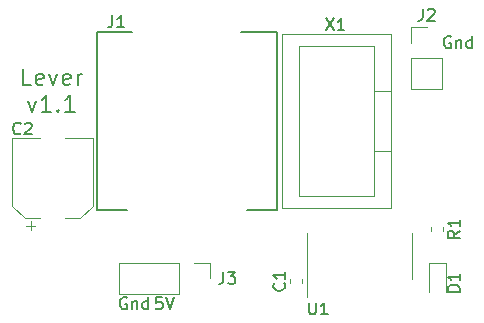
<source format=gbr>
G04 #@! TF.GenerationSoftware,KiCad,Pcbnew,(5.1.5-0)*
G04 #@! TF.CreationDate,2020-01-21T16:49:25-05:00*
G04 #@! TF.ProjectId,lever,6c657665-722e-46b6-9963-61645f706362,1.1*
G04 #@! TF.SameCoordinates,Original*
G04 #@! TF.FileFunction,Legend,Top*
G04 #@! TF.FilePolarity,Positive*
%FSLAX46Y46*%
G04 Gerber Fmt 4.6, Leading zero omitted, Abs format (unit mm)*
G04 Created by KiCad (PCBNEW (5.1.5-0)) date 2020-01-21 16:49:25*
%MOMM*%
%LPD*%
G04 APERTURE LIST*
%ADD10C,0.150000*%
%ADD11C,0.120000*%
%ADD12C,0.127000*%
G04 APERTURE END LIST*
D10*
X99235380Y-78249226D02*
X98570142Y-78249226D01*
X98570142Y-76852226D01*
X100233238Y-78182702D02*
X100100190Y-78249226D01*
X99834095Y-78249226D01*
X99701047Y-78182702D01*
X99634523Y-78049654D01*
X99634523Y-77517464D01*
X99701047Y-77384416D01*
X99834095Y-77317892D01*
X100100190Y-77317892D01*
X100233238Y-77384416D01*
X100299761Y-77517464D01*
X100299761Y-77650511D01*
X99634523Y-77783559D01*
X100765428Y-77317892D02*
X101098047Y-78249226D01*
X101430666Y-77317892D01*
X102495047Y-78182702D02*
X102362000Y-78249226D01*
X102095904Y-78249226D01*
X101962857Y-78182702D01*
X101896333Y-78049654D01*
X101896333Y-77517464D01*
X101962857Y-77384416D01*
X102095904Y-77317892D01*
X102362000Y-77317892D01*
X102495047Y-77384416D01*
X102561571Y-77517464D01*
X102561571Y-77650511D01*
X101896333Y-77783559D01*
X103160285Y-78249226D02*
X103160285Y-77317892D01*
X103160285Y-77583988D02*
X103226809Y-77450940D01*
X103293333Y-77384416D01*
X103426380Y-77317892D01*
X103559428Y-77317892D01*
X98969285Y-79563392D02*
X99301904Y-80494726D01*
X99634523Y-79563392D01*
X100898476Y-80494726D02*
X100100190Y-80494726D01*
X100499333Y-80494726D02*
X100499333Y-79097726D01*
X100366285Y-79297297D01*
X100233238Y-79430345D01*
X100100190Y-79496869D01*
X101497190Y-80361678D02*
X101563714Y-80428202D01*
X101497190Y-80494726D01*
X101430666Y-80428202D01*
X101497190Y-80361678D01*
X101497190Y-80494726D01*
X102894190Y-80494726D02*
X102095904Y-80494726D01*
X102495047Y-80494726D02*
X102495047Y-79097726D01*
X102362000Y-79297297D01*
X102228952Y-79430345D01*
X102095904Y-79496869D01*
X134739142Y-74176000D02*
X134643904Y-74128380D01*
X134501047Y-74128380D01*
X134358190Y-74176000D01*
X134262952Y-74271238D01*
X134215333Y-74366476D01*
X134167714Y-74556952D01*
X134167714Y-74699809D01*
X134215333Y-74890285D01*
X134262952Y-74985523D01*
X134358190Y-75080761D01*
X134501047Y-75128380D01*
X134596285Y-75128380D01*
X134739142Y-75080761D01*
X134786761Y-75033142D01*
X134786761Y-74699809D01*
X134596285Y-74699809D01*
X135215333Y-74461714D02*
X135215333Y-75128380D01*
X135215333Y-74556952D02*
X135262952Y-74509333D01*
X135358190Y-74461714D01*
X135501047Y-74461714D01*
X135596285Y-74509333D01*
X135643904Y-74604571D01*
X135643904Y-75128380D01*
X136548666Y-75128380D02*
X136548666Y-74128380D01*
X136548666Y-75080761D02*
X136453428Y-75128380D01*
X136262952Y-75128380D01*
X136167714Y-75080761D01*
X136120095Y-75033142D01*
X136072476Y-74937904D01*
X136072476Y-74652190D01*
X136120095Y-74556952D01*
X136167714Y-74509333D01*
X136262952Y-74461714D01*
X136453428Y-74461714D01*
X136548666Y-74509333D01*
X107307142Y-96274000D02*
X107211904Y-96226380D01*
X107069047Y-96226380D01*
X106926190Y-96274000D01*
X106830952Y-96369238D01*
X106783333Y-96464476D01*
X106735714Y-96654952D01*
X106735714Y-96797809D01*
X106783333Y-96988285D01*
X106830952Y-97083523D01*
X106926190Y-97178761D01*
X107069047Y-97226380D01*
X107164285Y-97226380D01*
X107307142Y-97178761D01*
X107354761Y-97131142D01*
X107354761Y-96797809D01*
X107164285Y-96797809D01*
X107783333Y-96559714D02*
X107783333Y-97226380D01*
X107783333Y-96654952D02*
X107830952Y-96607333D01*
X107926190Y-96559714D01*
X108069047Y-96559714D01*
X108164285Y-96607333D01*
X108211904Y-96702571D01*
X108211904Y-97226380D01*
X109116666Y-97226380D02*
X109116666Y-96226380D01*
X109116666Y-97178761D02*
X109021428Y-97226380D01*
X108830952Y-97226380D01*
X108735714Y-97178761D01*
X108688095Y-97131142D01*
X108640476Y-97035904D01*
X108640476Y-96750190D01*
X108688095Y-96654952D01*
X108735714Y-96607333D01*
X108830952Y-96559714D01*
X109021428Y-96559714D01*
X109116666Y-96607333D01*
X110299523Y-96226380D02*
X109823333Y-96226380D01*
X109775714Y-96702571D01*
X109823333Y-96654952D01*
X109918571Y-96607333D01*
X110156666Y-96607333D01*
X110251904Y-96654952D01*
X110299523Y-96702571D01*
X110347142Y-96797809D01*
X110347142Y-97035904D01*
X110299523Y-97131142D01*
X110251904Y-97178761D01*
X110156666Y-97226380D01*
X109918571Y-97226380D01*
X109823333Y-97178761D01*
X109775714Y-97131142D01*
X110632857Y-96226380D02*
X110966190Y-97226380D01*
X111299523Y-96226380D01*
D11*
X131385000Y-73346000D02*
X132715000Y-73346000D01*
X131385000Y-74676000D02*
X131385000Y-73346000D01*
X131385000Y-75946000D02*
X134045000Y-75946000D01*
X134045000Y-75946000D02*
X134045000Y-78546000D01*
X131385000Y-75946000D02*
X131385000Y-78546000D01*
X131385000Y-78546000D02*
X134045000Y-78546000D01*
X98787250Y-90149750D02*
X99574750Y-90149750D01*
X99181000Y-90543500D02*
X99181000Y-89756000D01*
X103374063Y-89516000D02*
X104438500Y-88451563D01*
X98682937Y-89516000D02*
X97618500Y-88451563D01*
X98682937Y-89516000D02*
X99968500Y-89516000D01*
X103374063Y-89516000D02*
X102088500Y-89516000D01*
X104438500Y-88451563D02*
X104438500Y-82696000D01*
X97618500Y-88451563D02*
X97618500Y-82696000D01*
X97618500Y-82696000D02*
X99968500Y-82696000D01*
X104438500Y-82696000D02*
X102088500Y-82696000D01*
X121092500Y-94634233D02*
X121092500Y-94976767D01*
X122112500Y-94634233D02*
X122112500Y-94976767D01*
X133094000Y-90252733D02*
X133094000Y-90595267D01*
X134114000Y-90252733D02*
X134114000Y-90595267D01*
X132869000Y-93336000D02*
X132869000Y-95796000D01*
X134339000Y-93336000D02*
X132869000Y-93336000D01*
X134339000Y-95796000D02*
X134339000Y-93336000D01*
X122565000Y-92710000D02*
X122565000Y-96160000D01*
X122565000Y-92710000D02*
X122565000Y-90760000D01*
X131435000Y-92710000D02*
X131435000Y-94660000D01*
X131435000Y-92710000D02*
X131435000Y-90760000D01*
X129695000Y-88630000D02*
X120495000Y-88630000D01*
X129695000Y-73930000D02*
X120495000Y-73930000D01*
X120495000Y-88630000D02*
X120495000Y-73930000D01*
X129695000Y-88630000D02*
X129695000Y-73930000D01*
X128270000Y-87630000D02*
X121920000Y-87630000D01*
X121920000Y-87630000D02*
X121920000Y-74930000D01*
X121920000Y-74930000D02*
X128270000Y-74930000D01*
X128270000Y-74930000D02*
X128270000Y-87630000D01*
X128270000Y-83820000D02*
X129695000Y-83820000D01*
X128270000Y-78740000D02*
X129695000Y-78740000D01*
X114360000Y-93285000D02*
X114360000Y-94615000D01*
X113030000Y-93285000D02*
X114360000Y-93285000D01*
X111760000Y-93285000D02*
X111760000Y-95945000D01*
X111760000Y-95945000D02*
X106620000Y-95945000D01*
X111760000Y-93285000D02*
X106620000Y-93285000D01*
X106620000Y-93285000D02*
X106620000Y-95945000D01*
D12*
X104775000Y-73778000D02*
X107795000Y-73778000D01*
X107315000Y-88828000D02*
X104775000Y-88828000D01*
X120015000Y-88828000D02*
X117475000Y-88828000D01*
X120015000Y-73778000D02*
X120015000Y-88828000D01*
X116995000Y-73778000D02*
X120015000Y-73778000D01*
X104775000Y-88828000D02*
X104775000Y-73778000D01*
D10*
X132381666Y-71798380D02*
X132381666Y-72512666D01*
X132334047Y-72655523D01*
X132238809Y-72750761D01*
X132095952Y-72798380D01*
X132000714Y-72798380D01*
X132810238Y-71893619D02*
X132857857Y-71846000D01*
X132953095Y-71798380D01*
X133191190Y-71798380D01*
X133286428Y-71846000D01*
X133334047Y-71893619D01*
X133381666Y-71988857D01*
X133381666Y-72084095D01*
X133334047Y-72226952D01*
X132762619Y-72798380D01*
X133381666Y-72798380D01*
X98321833Y-82335642D02*
X98274214Y-82383261D01*
X98131357Y-82430880D01*
X98036119Y-82430880D01*
X97893261Y-82383261D01*
X97798023Y-82288023D01*
X97750404Y-82192785D01*
X97702785Y-82002309D01*
X97702785Y-81859452D01*
X97750404Y-81668976D01*
X97798023Y-81573738D01*
X97893261Y-81478500D01*
X98036119Y-81430880D01*
X98131357Y-81430880D01*
X98274214Y-81478500D01*
X98321833Y-81526119D01*
X98702785Y-81526119D02*
X98750404Y-81478500D01*
X98845642Y-81430880D01*
X99083738Y-81430880D01*
X99178976Y-81478500D01*
X99226595Y-81526119D01*
X99274214Y-81621357D01*
X99274214Y-81716595D01*
X99226595Y-81859452D01*
X98655166Y-82430880D01*
X99274214Y-82430880D01*
X120626142Y-95035666D02*
X120673761Y-95083285D01*
X120721380Y-95226142D01*
X120721380Y-95321380D01*
X120673761Y-95464238D01*
X120578523Y-95559476D01*
X120483285Y-95607095D01*
X120292809Y-95654714D01*
X120149952Y-95654714D01*
X119959476Y-95607095D01*
X119864238Y-95559476D01*
X119769000Y-95464238D01*
X119721380Y-95321380D01*
X119721380Y-95226142D01*
X119769000Y-95083285D01*
X119816619Y-95035666D01*
X120721380Y-94083285D02*
X120721380Y-94654714D01*
X120721380Y-94369000D02*
X119721380Y-94369000D01*
X119864238Y-94464238D01*
X119959476Y-94559476D01*
X120007095Y-94654714D01*
X135486380Y-90590666D02*
X135010190Y-90924000D01*
X135486380Y-91162095D02*
X134486380Y-91162095D01*
X134486380Y-90781142D01*
X134534000Y-90685904D01*
X134581619Y-90638285D01*
X134676857Y-90590666D01*
X134819714Y-90590666D01*
X134914952Y-90638285D01*
X134962571Y-90685904D01*
X135010190Y-90781142D01*
X135010190Y-91162095D01*
X135486380Y-89638285D02*
X135486380Y-90209714D01*
X135486380Y-89924000D02*
X134486380Y-89924000D01*
X134629238Y-90019238D01*
X134724476Y-90114476D01*
X134772095Y-90209714D01*
X135486380Y-95734095D02*
X134486380Y-95734095D01*
X134486380Y-95496000D01*
X134534000Y-95353142D01*
X134629238Y-95257904D01*
X134724476Y-95210285D01*
X134914952Y-95162666D01*
X135057809Y-95162666D01*
X135248285Y-95210285D01*
X135343523Y-95257904D01*
X135438761Y-95353142D01*
X135486380Y-95496000D01*
X135486380Y-95734095D01*
X135486380Y-94210285D02*
X135486380Y-94781714D01*
X135486380Y-94496000D02*
X134486380Y-94496000D01*
X134629238Y-94591238D01*
X134724476Y-94686476D01*
X134772095Y-94781714D01*
X122745595Y-96670880D02*
X122745595Y-97480404D01*
X122793214Y-97575642D01*
X122840833Y-97623261D01*
X122936071Y-97670880D01*
X123126547Y-97670880D01*
X123221785Y-97623261D01*
X123269404Y-97575642D01*
X123317023Y-97480404D01*
X123317023Y-96670880D01*
X124317023Y-97670880D02*
X123745595Y-97670880D01*
X124031309Y-97670880D02*
X124031309Y-96670880D01*
X123936071Y-96813738D01*
X123840833Y-96908976D01*
X123745595Y-96956595D01*
X124158476Y-72604380D02*
X124825142Y-73604380D01*
X124825142Y-72604380D02*
X124158476Y-73604380D01*
X125729904Y-73604380D02*
X125158476Y-73604380D01*
X125444190Y-73604380D02*
X125444190Y-72604380D01*
X125348952Y-72747238D01*
X125253714Y-72842476D01*
X125158476Y-72890095D01*
X115490666Y-94067380D02*
X115490666Y-94781666D01*
X115443047Y-94924523D01*
X115347809Y-95019761D01*
X115204952Y-95067380D01*
X115109714Y-95067380D01*
X115871619Y-94067380D02*
X116490666Y-94067380D01*
X116157333Y-94448333D01*
X116300190Y-94448333D01*
X116395428Y-94495952D01*
X116443047Y-94543571D01*
X116490666Y-94638809D01*
X116490666Y-94876904D01*
X116443047Y-94972142D01*
X116395428Y-95019761D01*
X116300190Y-95067380D01*
X116014476Y-95067380D01*
X115919238Y-95019761D01*
X115871619Y-94972142D01*
X106092666Y-72350380D02*
X106092666Y-73064666D01*
X106045047Y-73207523D01*
X105949809Y-73302761D01*
X105806952Y-73350380D01*
X105711714Y-73350380D01*
X107092666Y-73350380D02*
X106521238Y-73350380D01*
X106806952Y-73350380D02*
X106806952Y-72350380D01*
X106711714Y-72493238D01*
X106616476Y-72588476D01*
X106521238Y-72636095D01*
M02*

</source>
